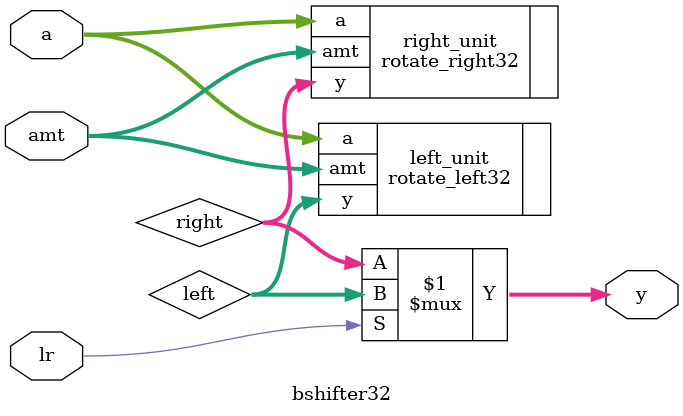
<source format=v>
`timescale 1ns / 1ps

module bshifter32(
    input [31:0] a,
    input [4:0] amt,
    input lr,
    output [31:0] y
    );

	wire [31:0] left, right;

	rotate_left32 left_unit(.a(a), .amt(amt), .y(left));
	rotate_right32 right_unit(.a(a), .amt(amt), .y(right));

	// 2-to-1 multiplexer
	assign y = lr ? left : right;

endmodule

</source>
